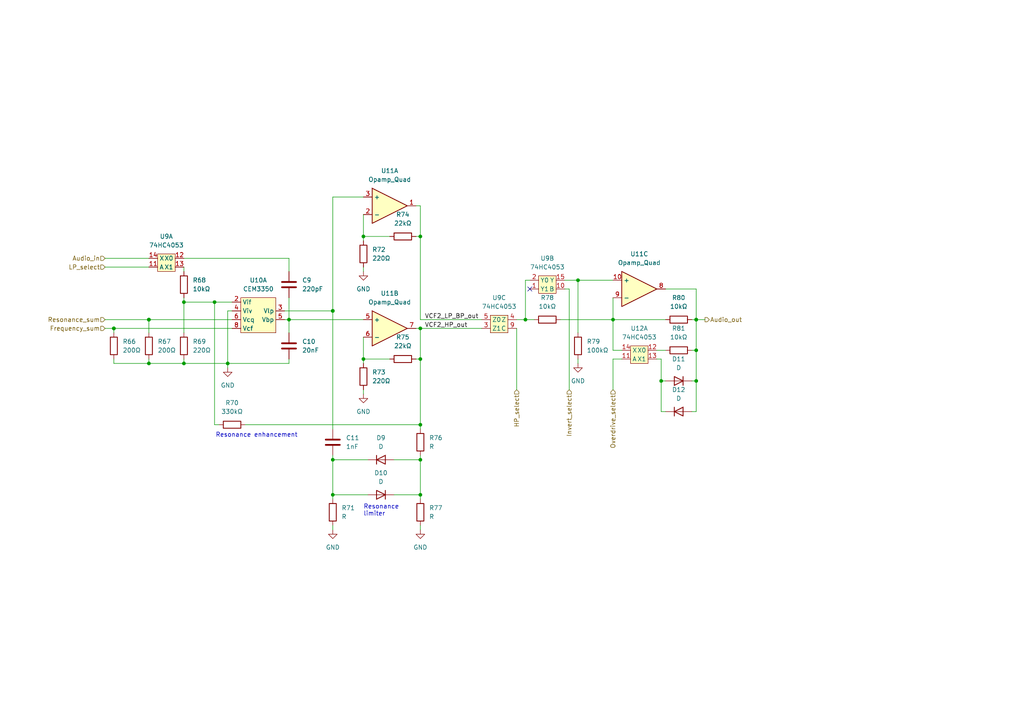
<source format=kicad_sch>
(kicad_sch (version 20210621) (generator eeschema)
  (paper "A4")
  (lib_symbols
    (symbol "Device:C" (pin_numbers hide) (pin_names (offset 0.254))
      (property "Reference" "C" (at 0.635 2.54 0))
      (property "Value" "C" (at 0.635 -2.54 0))
      (symbol "C_0_1"
        (polyline (pts (xy -2.032 -0.762) (xy 2.032 -0.762)) (stroke (width 0.508)))
        (polyline (pts (xy -2.032 0.762) (xy 2.032 0.762)) (stroke (width 0.508)))
      )
      (symbol "C_1_1"
        (pin passive line (at 0 3.81 270) (length 2.794) (name "~") (number "1"))
        (pin passive line (at 0 -3.81 90) (length 2.794) (name "~") (number "2"))
      )
    )
    (symbol "Device:D" (pin_numbers hide) (pin_names (offset 1.016) hide)
      (property "Reference" "D" (at 0 2.54 0))
      (property "Value" "D" (at 0 -2.54 0))
      (symbol "D_0_1"
        (polyline (pts (xy -1.27 1.27) (xy -1.27 -1.27)) (stroke (width 0.254)))
        (polyline (pts (xy 1.27 0) (xy -1.27 0)))
        (polyline (pts (xy 1.27 1.27) (xy 1.27 -1.27) (xy -1.27 0) (xy 1.27 1.27)) (stroke (width 0.254)))
      )
      (symbol "D_1_1"
        (pin passive line (at -3.81 0 0) (length 2.54) (name "K") (number "1"))
        (pin passive line (at 3.81 0 180) (length 2.54) (name "A") (number "2"))
      )
    )
    (symbol "Device:Opamp_Quad"
      (property "Reference" "U" (at 0 5.08 0))
      (property "Value" "Opamp_Quad" (at 0 -5.08 0))
      (symbol "Opamp_Quad_1_1"
        (polyline (pts (xy -5.08 5.08) (xy 5.08 0) (xy -5.08 -5.08) (xy -5.08 5.08)) (stroke (width 0.254)) (fill (type background)))
        (pin output line (at 7.62 0 180) (length 2.54) (name "~") (number "1"))
        (pin input line (at -7.62 -2.54 0) (length 2.54) (name "-") (number "2"))
        (pin input line (at -7.62 2.54 0) (length 2.54) (name "+") (number "3"))
      )
      (symbol "Opamp_Quad_2_1"
        (polyline (pts (xy -5.08 5.08) (xy 5.08 0) (xy -5.08 -5.08) (xy -5.08 5.08)) (stroke (width 0.254)) (fill (type background)))
        (pin input line (at -7.62 2.54 0) (length 2.54) (name "+") (number "5"))
        (pin input line (at -7.62 -2.54 0) (length 2.54) (name "-") (number "6"))
        (pin output line (at 7.62 0 180) (length 2.54) (name "~") (number "7"))
      )
      (symbol "Opamp_Quad_3_1"
        (polyline (pts (xy -5.08 5.08) (xy 5.08 0) (xy -5.08 -5.08) (xy -5.08 5.08)) (stroke (width 0.254)) (fill (type background)))
        (pin input line (at -7.62 2.54 0) (length 2.54) (name "+") (number "10"))
        (pin output line (at 7.62 0 180) (length 2.54) (name "~") (number "8"))
        (pin input line (at -7.62 -2.54 0) (length 2.54) (name "-") (number "9"))
      )
      (symbol "Opamp_Quad_4_1"
        (polyline (pts (xy -5.08 5.08) (xy 5.08 0) (xy -5.08 -5.08) (xy -5.08 5.08)) (stroke (width 0.254)) (fill (type background)))
        (pin input line (at -7.62 2.54 0) (length 2.54) (name "+") (number "12"))
        (pin input line (at -7.62 -2.54 0) (length 2.54) (name "-") (number "13"))
        (pin output line (at 7.62 0 180) (length 2.54) (name "~") (number "14"))
      )
      (symbol "Opamp_Quad_5_1"
        (pin power_in line (at -2.54 -7.62 90) (length 3.81) (name "V-") (number "11"))
        (pin power_in line (at -2.54 7.62 270) (length 3.81) (name "V+") (number "4"))
      )
    )
    (symbol "Device:R" (pin_numbers hide) (pin_names (offset 0))
      (property "Reference" "R" (at 2.032 0 90))
      (property "Value" "R" (at 0 0 90))
      (symbol "R_0_1"
        (rectangle (start -1.016 -2.54) (end 1.016 2.54) (stroke (width 0.254)))
      )
      (symbol "R_1_1"
        (pin passive line (at 0 3.81 270) (length 1.27) (name "~") (number "1"))
        (pin passive line (at 0 -3.81 90) (length 1.27) (name "~") (number "2"))
      )
    )
    (symbol "Modular_Mayhem:74HC4053"
      (property "Reference" "U" (at -6.35 6.35 0))
      (property "Value" "74HC4053" (at -10.16 3.81 0))
      (symbol "74HC4053_1_1"
        (rectangle (start -2.54 2.54) (end 2.54 -2.54) (stroke (width 0.1524)) (fill (type background)))
        (pin input line (at 5.08 -1.27 180) (length 2.54) (name "A") (number "11"))
        (pin passive line (at -5.08 1.27 0) (length 2.54) (name "X0") (number "12"))
        (pin passive line (at -5.08 -1.27 0) (length 2.54) (name "X1") (number "13"))
        (pin passive line (at 5.08 1.27 180) (length 2.54) (name "X") (number "14"))
      )
      (symbol "74HC4053_2_1"
        (rectangle (start -2.54 2.54) (end 2.54 -2.54) (stroke (width 0.1524)) (fill (type background)))
        (pin passive line (at -5.08 -1.27 0) (length 2.54) (name "Y1") (number "1"))
        (pin input line (at 5.08 -1.27 180) (length 2.54) (name "B") (number "10"))
        (pin passive line (at 5.08 1.27 180) (length 2.54) (name "Y") (number "15"))
        (pin passive line (at -5.08 1.27 0) (length 2.54) (name "Y0") (number "2"))
      )
      (symbol "74HC4053_3_1"
        (rectangle (start -2.54 2.54) (end 2.54 -2.54) (stroke (width 0.1524)) (fill (type background)))
        (pin passive line (at -5.08 -1.27 0) (length 2.54) (name "Z1") (number "3"))
        (pin passive line (at 5.08 1.27 180) (length 2.54) (name "Z") (number "4"))
        (pin passive line (at -5.08 1.27 0) (length 2.54) (name "Z0") (number "5"))
        (pin input line (at 5.08 -1.27 180) (length 2.54) (name "C") (number "9"))
      )
      (symbol "74HC4053_4_1"
        (rectangle (start -3.81 5.08) (end 3.81 -5.08) (stroke (width 0.1524)) (fill (type background)))
        (pin power_in line (at 0 7.62 270) (length 2.54) (name "Vcc") (number "16"))
        (pin input line (at -6.35 0 0) (length 2.54) (name "~{E}") (number "6"))
        (pin power_in line (at 1.27 -7.62 90) (length 2.54) (name "Vee") (number "7"))
        (pin power_in line (at -1.27 -7.62 90) (length 2.54) (name "GND") (number "8"))
      )
    )
    (symbol "Modular_Mayhem:CEM3350"
      (property "Reference" "U" (at -6.35 6.35 0))
      (property "Value" "CEM3350" (at 7.62 6.35 0))
      (symbol "CEM3350_0_1"
        (rectangle (start -5.08 5.08) (end 5.08 -5.08) (stroke (width 0.1524)) (fill (type background)))
      )
      (symbol "CEM3350_1_1"
        (pin input line (at -7.62 3.81 0) (length 2.54) (name "Vif") (number "2"))
        (pin bidirectional line (at 7.62 1.27 180) (length 2.54) (name "Vlp") (number "3"))
        (pin input line (at -7.62 1.27 0) (length 2.54) (name "Viv") (number "4"))
        (pin bidirectional line (at 7.62 -1.27 180) (length 2.54) (name "Vbp") (number "5"))
        (pin input line (at -7.62 -1.27 0) (length 2.54) (name "Vcq") (number "6"))
        (pin input line (at -7.62 -3.81 0) (length 2.54) (name "Vcf") (number "8"))
      )
      (symbol "CEM3350_2_1"
        (pin input line (at -7.62 -3.81 0) (length 2.54) (name "Vcf") (number "10"))
        (pin input line (at -7.62 -1.27 0) (length 2.54) (name "Vcq") (number "11"))
        (pin input line (at -7.62 3.81 0) (length 2.54) (name "Vif") (number "12"))
        (pin bidirectional line (at 7.62 1.27 180) (length 2.54) (name "Vlp") (number "13"))
        (pin input line (at -7.62 1.27 0) (length 2.54) (name "Viv") (number "14"))
        (pin bidirectional line (at 7.62 -1.27 180) (length 2.54) (name "Vbp") (number "15"))
      )
      (symbol "CEM3350_3_1"
        (pin input line (at -2.54 7.62 270) (length 2.54) (name "Iref") (number "1"))
        (pin input line (at 2.54 7.62 270) (length 2.54) (name "Vcc") (number "16"))
        (pin input line (at 2.54 -7.62 90) (length 2.54) (name "Vee") (number "7"))
        (pin input line (at -2.54 -7.62 90) (length 2.54) (name "GND") (number "9"))
      )
    )
    (symbol "power:GND" (power) (pin_names (offset 0))
      (property "Value" "GND" (at 0 -3.81 0))
      (symbol "GND_0_1"
        (polyline (pts (xy 0 0) (xy 0 -1.27) (xy 1.27 -1.27) (xy 0 -2.54) (xy -1.27 -1.27) (xy 0 -1.27)))
      )
      (symbol "GND_1_1"
        (pin power_in line (at 0 0 270) (length 0) hide (name "GND") (number "1"))
      )
    )
  )
  (bus_alias "VCF_signals" (members))
  (bus_alias "VCF_CVs" (members))
  (bus_alias "VCF_power" (members "Iref" "Vcc" "Vee"))
  (junction (at 66.04 105.4101))
  (junction (at 83.82 92.7101))
  (junction (at 96.52 133.3501))
  (junction (at 105.41 104.1401))
  (junction (at 96.52 90.17))
  (junction (at 43.18 92.7101))
  (junction (at 167.64 81.28))
  (junction (at 121.92 68.5801))
  (junction (at 201.93 101.6001))
  (junction (at 96.52 90.1701))
  (junction (at 121.92 104.1401))
  (junction (at 121.92 133.3501))
  (junction (at 33.02 95.25))
  (junction (at 53.34 87.6301))
  (junction (at 121.92 123.1901))
  (junction (at 121.92 143.5101))
  (junction (at 43.18 92.71))
  (junction (at 152.4 92.7101))
  (junction (at 191.77 110.4901))
  (junction (at 43.18 105.4101))
  (junction (at 53.34 105.4101))
  (junction (at 177.8 92.71))
  (junction (at 62.23 87.6301))
  (junction (at 105.41 68.5801))
  (junction (at 201.93 110.4901))
  (junction (at 121.92 95.2501))
  (junction (at 201.93 92.71))
  (junction (at 33.02 95.2501))
  (junction (at 96.52 143.5101))
  (junction (at 201.93 92.7101))
  (no_connect (at 153.67 83.82))
  (wire (pts (xy 167.64 81.28) (xy 167.64 96.52)))
  (wire (pts (xy 43.18 104.1401) (xy 43.18 105.4101)))
  (wire (pts (xy 53.34 87.6301) (xy 62.23 87.6301)))
  (wire (pts (xy 62.23 87.6301) (xy 67.31 87.6301)))
  (wire (pts (xy 105.41 104.1401) (xy 113.03 104.1401)))
  (wire (pts (xy 121.92 59.6901) (xy 120.65 59.6901)))
  (wire (pts (xy 180.34 101.6) (xy 177.8 101.6)))
  (wire (pts (xy 177.8 101.6) (xy 177.8 92.71)))
  (wire (pts (xy 30.48 92.71) (xy 43.18 92.71)))
  (wire (pts (xy 114.3 133.3501) (xy 121.92 133.3501)))
  (wire (pts (xy 82.55 90.1701) (xy 96.52 90.1701)))
  (wire (pts (xy 96.52 90.1701) (xy 96.52 90.17)))
  (wire (pts (xy 96.52 90.17) (xy 96.52 57.15)))
  (wire (pts (xy 96.52 57.15) (xy 105.41 57.1501)))
  (wire (pts (xy 162.56 92.7101) (xy 193.04 92.7101)))
  (wire (pts (xy 121.92 123.1901) (xy 121.92 104.1401)))
  (wire (pts (xy 53.34 74.93) (xy 83.82 74.93)))
  (wire (pts (xy 83.82 78.74) (xy 83.82 74.93)))
  (wire (pts (xy 201.93 92.71) (xy 201.93 92.7101)))
  (wire (pts (xy 201.93 83.8201) (xy 201.93 92.71)))
  (wire (pts (xy 53.34 86.36) (xy 53.34 87.6301)))
  (wire (pts (xy 53.34 87.6301) (xy 53.34 96.5201)))
  (wire (pts (xy 201.93 92.71) (xy 204.47 92.71)))
  (wire (pts (xy 177.8 104.14) (xy 180.34 104.14)))
  (wire (pts (xy 177.8 113.03) (xy 177.8 104.14)))
  (wire (pts (xy 83.82 92.7101) (xy 83.82 96.5201)))
  (wire (pts (xy 121.92 133.3501) (xy 121.92 143.5101)))
  (wire (pts (xy 121.92 143.5101) (xy 121.92 144.7801)))
  (wire (pts (xy 121.92 132.0801) (xy 121.92 133.3501)))
  (wire (pts (xy 149.86 92.71) (xy 152.4 92.7101)))
  (wire (pts (xy 201.93 110.4901) (xy 201.93 101.6001)))
  (wire (pts (xy 200.66 119.3801) (xy 201.93 119.3801)))
  (wire (pts (xy 201.93 119.3801) (xy 201.93 110.4901)))
  (wire (pts (xy 33.02 95.2501) (xy 33.02 96.5201)))
  (wire (pts (xy 165.1 113.03) (xy 165.1 83.82)))
  (wire (pts (xy 165.1 83.82) (xy 163.83 83.82)))
  (wire (pts (xy 105.41 77.4701) (xy 105.41 78.7401)))
  (wire (pts (xy 53.34 77.47) (xy 53.34 78.74)))
  (wire (pts (xy 191.77 104.1401) (xy 190.5 104.14)))
  (wire (pts (xy 193.04 119.3801) (xy 191.77 119.3801)))
  (wire (pts (xy 191.77 119.3801) (xy 191.77 110.4901)))
  (wire (pts (xy 191.77 110.4901) (xy 191.77 104.1401)))
  (wire (pts (xy 96.52 152.4001) (xy 96.52 153.6701)))
  (wire (pts (xy 121.92 95.2501) (xy 121.92 104.1401)))
  (wire (pts (xy 191.77 110.4901) (xy 193.04 110.4901)))
  (wire (pts (xy 121.92 59.6901) (xy 121.92 68.5801)))
  (wire (pts (xy 105.41 68.5801) (xy 113.03 68.5801)))
  (wire (pts (xy 167.64 104.14) (xy 167.64 105.41)))
  (wire (pts (xy 30.48 95.25) (xy 33.02 95.25)))
  (wire (pts (xy 33.02 105.4101) (xy 43.18 105.4101)))
  (wire (pts (xy 33.02 104.1401) (xy 33.02 105.4101)))
  (wire (pts (xy 43.18 105.4101) (xy 53.34 105.4101)))
  (wire (pts (xy 53.34 105.4101) (xy 66.04 105.4101)))
  (wire (pts (xy 62.23 123.1901) (xy 62.23 87.6301)))
  (wire (pts (xy 63.5 123.1901) (xy 62.23 123.1901)))
  (wire (pts (xy 83.82 86.36) (xy 83.82 92.7101)))
  (wire (pts (xy 83.82 92.7101) (xy 105.41 92.7101)))
  (wire (pts (xy 193.04 83.82) (xy 201.93 83.8201)))
  (wire (pts (xy 166.37 81.2801) (xy 177.8 81.28)))
  (wire (pts (xy 163.83 81.28) (xy 166.37 81.2801)))
  (wire (pts (xy 121.92 152.4001) (xy 121.92 153.6701)))
  (wire (pts (xy 67.31 95.2501) (xy 33.02 95.2501)))
  (wire (pts (xy 96.52 90.1701) (xy 96.52 124.4601)))
  (wire (pts (xy 67.31 90.1701) (xy 66.04 90.1701)))
  (wire (pts (xy 66.04 105.4101) (xy 66.04 106.6801)))
  (wire (pts (xy 66.04 90.1701) (xy 66.04 105.4101)))
  (wire (pts (xy 114.3 143.5101) (xy 121.92 143.5101)))
  (wire (pts (xy 121.92 104.1401) (xy 120.65 104.1401)))
  (wire (pts (xy 71.12 123.1901) (xy 121.92 123.1901)))
  (wire (pts (xy 30.48 77.47) (xy 43.18 77.47)))
  (wire (pts (xy 53.34 104.1401) (xy 53.34 105.4101)))
  (wire (pts (xy 96.52 143.5101) (xy 106.68 143.5101)))
  (wire (pts (xy 121.92 68.5801) (xy 120.65 68.5801)))
  (wire (pts (xy 152.4 92.7101) (xy 154.94 92.7101)))
  (wire (pts (xy 121.92 95.2501) (xy 139.7 95.25)))
  (wire (pts (xy 190.5 101.6) (xy 193.04 101.6001)))
  (wire (pts (xy 167.64 81.28) (xy 166.37 81.2801)))
  (wire (pts (xy 82.55 92.7101) (xy 83.82 92.7101)))
  (wire (pts (xy 177.8 86.36) (xy 177.8 92.71)))
  (wire (pts (xy 105.41 62.2301) (xy 105.41 68.5801)))
  (wire (pts (xy 105.41 68.5801) (xy 105.41 69.8501)))
  (wire (pts (xy 43.18 92.7101) (xy 67.31 92.7101)))
  (wire (pts (xy 200.66 101.6001) (xy 201.93 101.6001)))
  (wire (pts (xy 201.93 101.6001) (xy 201.93 92.7101)))
  (wire (pts (xy 200.66 92.7101) (xy 201.93 92.7101)))
  (wire (pts (xy 83.82 105.4101) (xy 66.04 105.4101)))
  (wire (pts (xy 83.82 104.1401) (xy 83.82 105.4101)))
  (wire (pts (xy 149.86 95.25) (xy 149.86 113.03)))
  (wire (pts (xy 200.66 110.4901) (xy 201.93 110.4901)))
  (wire (pts (xy 105.41 104.1401) (xy 105.41 105.4101)))
  (wire (pts (xy 105.41 97.7901) (xy 105.41 104.1401)))
  (wire (pts (xy 43.18 92.7101) (xy 43.18 96.5201)))
  (wire (pts (xy 96.52 133.3501) (xy 106.68 133.3501)))
  (wire (pts (xy 96.52 133.3501) (xy 96.52 143.5101)))
  (wire (pts (xy 96.52 132.0801) (xy 96.52 133.3501)))
  (wire (pts (xy 96.52 143.5101) (xy 96.52 144.7801)))
  (wire (pts (xy 139.7 92.71) (xy 121.92 92.7101)))
  (wire (pts (xy 121.92 92.7101) (xy 121.92 68.5801)))
  (wire (pts (xy 105.41 113.0301) (xy 105.41 114.3001)))
  (wire (pts (xy 30.48 74.93) (xy 43.18 74.93)))
  (wire (pts (xy 121.92 95.2501) (xy 120.65 95.2501)))
  (wire (pts (xy 121.92 123.1901) (xy 121.92 124.4601)))
  (wire (pts (xy 152.4 81.2801) (xy 152.4 92.7101)))
  (wire (pts (xy 153.67 81.28) (xy 152.4 81.2801)))
  (text "Resonance enhancement" (at 86.36 127.0001 180) (effects (font (size 1.27 1.27)) (justify right bottom)))
  (text "Resonance\nlimiter" (at 105.41 149.8601 0) (effects (font (size 1.27 1.27)) (justify left bottom)))
  (label "VCF2_LP_BP_out" (at 123.19 92.7101 0))
  (label "VCF2_HP_out" (at 123.19 95.2501 0))
  (hierarchical_label "Resonance_sum" (shape input) (at 30.48 92.71 180))
  (hierarchical_label "Frequency_sum" (shape input) (at 30.48 95.25 180))
  (hierarchical_label "Audio_in" (shape input) (at 30.48 74.93 180))
  (hierarchical_label "Overdrive_select" (shape input) (at 177.8 113.03 270))
  (hierarchical_label "LP_select" (shape input) (at 30.48 77.47 180))
  (hierarchical_label "Audio_out" (shape output) (at 204.47 92.71 0))
  (hierarchical_label "HP_select" (shape input) (at 149.86 113.03 270))
  (hierarchical_label "Invert_select" (shape input) (at 165.1 113.03 270))
  (symbol (lib_id "Device:R") (at 158.75 92.7101 90) (unit 1)
    (property "Reference" "R78" (at 158.75 86.3601 90))
    (property "Value" "10kΩ" (at 158.75 88.9001 90))
    (property "Footprint" "Resistor_SMD:R_0603_1608Metric" (effects hide))
  )
  (symbol (lib_id "Device:D") (at 110.49 133.3501 0) (unit 1)
    (property "Reference" "D9" (at 110.49 127.0001 0))
    (property "Value" "D" (at 110.49 129.5401 0))
  )
  (symbol (lib_id "power:GND") (at 66.04 106.6801 0) (unit 1)
    (property "Reference" "#PWR035" (effects hide))
    (property "Value" "GND" (at 66.04 111.7601 0))
  )
  (symbol (lib_id "Device:R") (at 121.92 148.5901 0) (unit 1)
    (property "Reference" "R77" (at 124.46 147.32 0) (effects (justify left)))
    (property "Value" "R" (at 124.46 149.86 0) (effects (justify left)))
    (property "Footprint" "Resistor_SMD:R_0603_1608Metric" (effects hide))
  )
  (symbol (lib_id "Device:R") (at 196.85 101.6001 90) (unit 1)
    (property "Reference" "R81" (at 196.85 95.2501 90))
    (property "Value" "10kΩ" (at 196.85 97.7901 90))
    (property "Footprint" "Resistor_SMD:R_0603_1608Metric" (effects hide))
  )
  (symbol (lib_id "Modular_Mayhem:CEM3350") (at 74.93 91.4401 0) (unit 1)
    (property "Reference" "U10" (at 74.93 81.2801 0))
    (property "Value" "CEM3350" (at 74.93 83.8201 0))
  )
  (symbol (lib_id "Modular_Mayhem:74HC4053") (at 158.75 82.55 0) (unit 2)
    (property "Reference" "U9" (at 158.75 74.93 0))
    (property "Value" "74HC4053" (at 158.75 77.47 0))
  )
  (symbol (lib_id "Device:R") (at 53.34 82.55 0) (unit 1)
    (property "Reference" "R68" (at 55.88 81.2799 0) (effects (justify left)))
    (property "Value" "10kΩ" (at 55.88 83.8199 0) (effects (justify left)))
    (property "Footprint" "Resistor_SMD:R_0603_1608Metric" (effects hide))
  )
  (symbol (lib_id "Device:Opamp_Quad") (at 113.03 95.2501 0) (unit 2)
    (property "Reference" "U11" (at 113.03 85.0901 0))
    (property "Value" "Opamp_Quad" (at 113.03 87.6301 0))
  )
  (symbol (lib_id "Modular_Mayhem:74HC4053") (at 144.78 93.98 0) (unit 3)
    (property "Reference" "U9" (at 144.78 86.36 0))
    (property "Value" "74HC4053" (at 144.78 88.9 0))
  )
  (symbol (lib_id "power:GND") (at 105.41 114.3001 0) (unit 1)
    (property "Reference" "#PWR038" (effects hide))
    (property "Value" "GND" (at 105.41 119.3801 0))
  )
  (symbol (lib_id "Device:R") (at 116.84 104.1401 90) (unit 1)
    (property "Reference" "R75" (at 116.84 97.7901 90))
    (property "Value" "22kΩ" (at 116.84 100.3301 90))
    (property "Footprint" "Resistor_SMD:R_0603_1608Metric" (effects hide))
  )
  (symbol (lib_id "Device:R") (at 67.31 123.1901 90) (unit 1)
    (property "Reference" "R70" (at 67.31 116.8401 90))
    (property "Value" "330kΩ" (at 67.31 119.3801 90))
    (property "Footprint" "Resistor_SMD:R_0603_1608Metric" (effects hide))
  )
  (symbol (lib_id "Device:R") (at 167.64 100.33 0) (unit 1)
    (property "Reference" "R79" (at 170.18 99.0599 0) (effects (justify left)))
    (property "Value" "100kΩ" (at 170.18 101.5999 0) (effects (justify left)))
    (property "Footprint" "Resistor_SMD:R_0603_1608Metric" (effects hide))
  )
  (symbol (lib_id "Device:D") (at 196.85 119.3801 0) (unit 1)
    (property "Reference" "D12" (at 196.85 113.0301 0))
    (property "Value" "D" (at 196.85 115.5701 0))
  )
  (symbol (lib_id "Device:R") (at 196.85 92.7101 90) (unit 1)
    (property "Reference" "R80" (at 196.85 86.3601 90))
    (property "Value" "10kΩ" (at 196.85 88.9001 90))
    (property "Footprint" "Resistor_SMD:R_0603_1608Metric" (effects hide))
  )
  (symbol (lib_id "Device:R") (at 105.41 109.2201 0) (unit 1)
    (property "Reference" "R73" (at 107.95 107.95 0) (effects (justify left)))
    (property "Value" "220Ω" (at 107.95 110.49 0) (effects (justify left)))
    (property "Footprint" "Resistor_SMD:R_0603_1608Metric" (effects hide))
  )
  (symbol (lib_id "Device:C") (at 83.82 82.55 0) (unit 1)
    (property "Reference" "C9" (at 87.63 81.2799 0) (effects (justify left)))
    (property "Value" "220pF" (at 87.63 83.8199 0) (effects (justify left)))
  )
  (symbol (lib_id "Modular_Mayhem:74HC4053") (at 48.26 76.2 0) (mirror y) (unit 1)
    (property "Reference" "U9" (at 48.26 68.58 0))
    (property "Value" "74HC4053" (at 48.26 71.12 0))
  )
  (symbol (lib_id "Device:C") (at 96.52 128.2701 180) (unit 1)
    (property "Reference" "C11" (at 100.33 127 0) (effects (justify right)))
    (property "Value" "1nF" (at 100.33 129.54 0) (effects (justify right)))
  )
  (symbol (lib_id "Device:R") (at 105.41 73.6601 0) (unit 1)
    (property "Reference" "R72" (at 107.95 72.39 0) (effects (justify left)))
    (property "Value" "220Ω" (at 107.95 74.93 0) (effects (justify left)))
    (property "Footprint" "Resistor_SMD:R_0603_1608Metric" (effects hide))
  )
  (symbol (lib_id "Device:R") (at 43.18 100.3301 0) (unit 1)
    (property "Reference" "R67" (at 45.72 99.06 0) (effects (justify left)))
    (property "Value" "200Ω" (at 45.72 101.6 0) (effects (justify left)))
    (property "Footprint" "Resistor_SMD:R_0603_1608Metric" (effects hide))
  )
  (symbol (lib_id "power:GND") (at 105.41 78.7401 0) (unit 1)
    (property "Reference" "#PWR037" (effects hide))
    (property "Value" "GND" (at 105.41 83.8201 0))
  )
  (symbol (lib_id "Device:D") (at 110.49 143.5101 180) (unit 1)
    (property "Reference" "D10" (at 110.49 137.1601 0))
    (property "Value" "D" (at 110.49 139.7001 0))
  )
  (symbol (lib_id "power:GND") (at 167.64 105.41 0) (unit 1)
    (property "Reference" "#PWR040" (effects hide))
    (property "Value" "GND" (at 167.64 110.49 0))
  )
  (symbol (lib_id "Device:Opamp_Quad") (at 113.03 59.6901 0) (unit 1)
    (property "Reference" "U11" (at 113.03 49.5301 0))
    (property "Value" "Opamp_Quad" (at 113.03 52.0701 0))
  )
  (symbol (lib_id "Device:C") (at 83.82 100.3301 0) (unit 1)
    (property "Reference" "C10" (at 87.63 99.06 0) (effects (justify left)))
    (property "Value" "20nF" (at 87.63 101.6 0) (effects (justify left)))
  )
  (symbol (lib_id "Device:R") (at 96.52 148.5901 0) (unit 1)
    (property "Reference" "R71" (at 99.06 147.32 0) (effects (justify left)))
    (property "Value" "R" (at 99.06 149.86 0) (effects (justify left)))
    (property "Footprint" "Resistor_SMD:R_0603_1608Metric" (effects hide))
  )
  (symbol (lib_id "Device:R") (at 53.34 100.3301 0) (unit 1)
    (property "Reference" "R69" (at 55.88 99.06 0) (effects (justify left)))
    (property "Value" "220Ω" (at 55.88 101.6 0) (effects (justify left)))
    (property "Footprint" "Resistor_SMD:R_0603_1608Metric" (effects hide))
  )
  (symbol (lib_id "Device:R") (at 121.92 128.2701 180) (unit 1)
    (property "Reference" "R76" (at 124.46 127 0) (effects (justify right)))
    (property "Value" "R" (at 124.46 129.54 0) (effects (justify right)))
    (property "Footprint" "Resistor_SMD:R_0603_1608Metric" (effects hide))
  )
  (symbol (lib_id "Device:Opamp_Quad") (at 185.42 83.82 0) (unit 3)
    (property "Reference" "U11" (at 185.42 73.66 0))
    (property "Value" "Opamp_Quad" (at 185.42 76.2 0))
  )
  (symbol (lib_id "Device:D") (at 196.85 110.4901 180) (unit 1)
    (property "Reference" "D11" (at 196.85 104.1401 0))
    (property "Value" "D" (at 196.85 106.6801 0))
  )
  (symbol (lib_id "power:GND") (at 96.52 153.6701 0) (unit 1)
    (property "Reference" "#PWR036" (effects hide))
    (property "Value" "GND" (at 96.52 158.7501 0))
  )
  (symbol (lib_id "Device:R") (at 33.02 100.3301 0) (unit 1)
    (property "Reference" "R66" (at 35.56 99.06 0) (effects (justify left)))
    (property "Value" "200Ω" (at 35.56 101.6 0) (effects (justify left)))
    (property "Footprint" "Resistor_SMD:R_0603_1608Metric" (effects hide))
  )
  (symbol (lib_id "Modular_Mayhem:74HC4053") (at 185.42 102.87 0) (mirror y) (unit 1)
    (property "Reference" "U12" (at 185.42 95.25 0))
    (property "Value" "74HC4053" (at 185.42 97.79 0))
  )
  (symbol (lib_id "Device:R") (at 116.84 68.5801 90) (unit 1)
    (property "Reference" "R74" (at 116.84 62.2301 90))
    (property "Value" "22kΩ" (at 116.84 64.7701 90))
    (property "Footprint" "Resistor_SMD:R_0603_1608Metric" (effects hide))
  )
  (symbol (lib_id "power:GND") (at 121.92 153.6701 0) (unit 1)
    (property "Reference" "#PWR039" (effects hide))
    (property "Value" "GND" (at 121.92 158.7501 0))
  )
)
</source>
